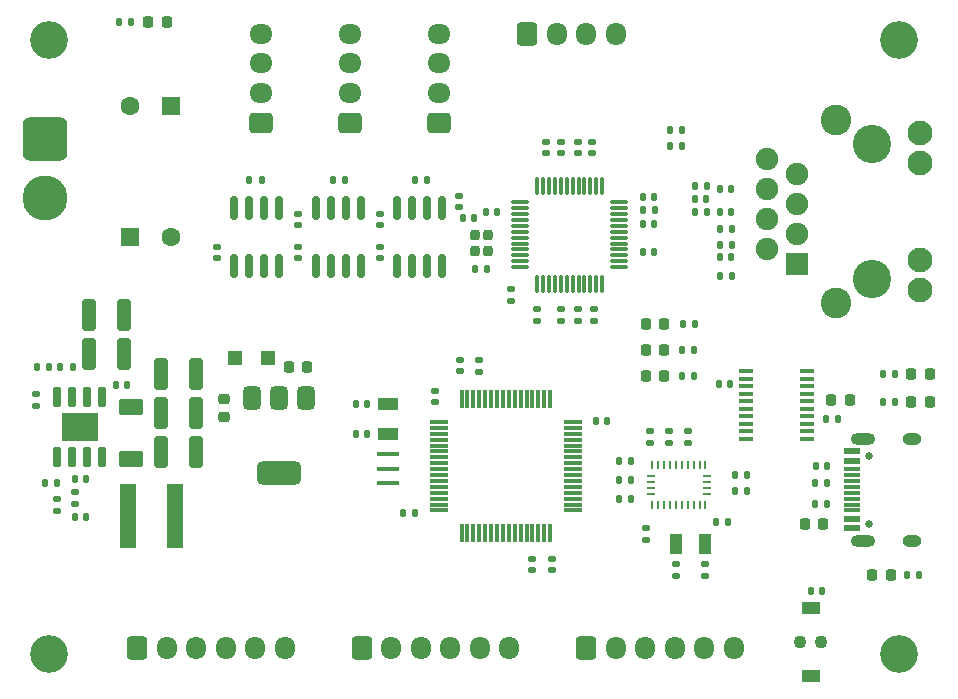
<source format=gbr>
%TF.GenerationSoftware,KiCad,Pcbnew,9.0.6-9.0.6~ubuntu22.04.1*%
%TF.CreationDate,2025-12-31T09:15:03+09:00*%
%TF.ProjectId,GN10Mainboard,474e3130-4d61-4696-9e62-6f6172642e6b,rev?*%
%TF.SameCoordinates,Original*%
%TF.FileFunction,Soldermask,Top*%
%TF.FilePolarity,Negative*%
%FSLAX46Y46*%
G04 Gerber Fmt 4.6, Leading zero omitted, Abs format (unit mm)*
G04 Created by KiCad (PCBNEW 9.0.6-9.0.6~ubuntu22.04.1) date 2025-12-31 09:15:03*
%MOMM*%
%LPD*%
G01*
G04 APERTURE LIST*
G04 Aperture macros list*
%AMRoundRect*
0 Rectangle with rounded corners*
0 $1 Rounding radius*
0 $2 $3 $4 $5 $6 $7 $8 $9 X,Y pos of 4 corners*
0 Add a 4 corners polygon primitive as box body*
4,1,4,$2,$3,$4,$5,$6,$7,$8,$9,$2,$3,0*
0 Add four circle primitives for the rounded corners*
1,1,$1+$1,$2,$3*
1,1,$1+$1,$4,$5*
1,1,$1+$1,$6,$7*
1,1,$1+$1,$8,$9*
0 Add four rect primitives between the rounded corners*
20,1,$1+$1,$2,$3,$4,$5,0*
20,1,$1+$1,$4,$5,$6,$7,0*
20,1,$1+$1,$6,$7,$8,$9,0*
20,1,$1+$1,$8,$9,$2,$3,0*%
G04 Aperture macros list end*
%ADD10RoundRect,0.140000X0.170000X-0.140000X0.170000X0.140000X-0.170000X0.140000X-0.170000X-0.140000X0*%
%ADD11RoundRect,0.140000X-0.140000X-0.170000X0.140000X-0.170000X0.140000X0.170000X-0.140000X0.170000X0*%
%ADD12RoundRect,0.140000X0.140000X0.170000X-0.140000X0.170000X-0.140000X-0.170000X0.140000X-0.170000X0*%
%ADD13RoundRect,0.200000X-0.200000X0.250000X-0.200000X-0.250000X0.200000X-0.250000X0.200000X0.250000X0*%
%ADD14RoundRect,0.140000X-0.170000X0.140000X-0.170000X-0.140000X0.170000X-0.140000X0.170000X0.140000X0*%
%ADD15RoundRect,0.250000X0.325000X1.100000X-0.325000X1.100000X-0.325000X-1.100000X0.325000X-1.100000X0*%
%ADD16RoundRect,0.135000X-0.135000X-0.185000X0.135000X-0.185000X0.135000X0.185000X-0.135000X0.185000X0*%
%ADD17RoundRect,0.075000X-0.700000X-0.075000X0.700000X-0.075000X0.700000X0.075000X-0.700000X0.075000X0*%
%ADD18RoundRect,0.075000X-0.075000X-0.700000X0.075000X-0.700000X0.075000X0.700000X-0.075000X0.700000X0*%
%ADD19RoundRect,0.150000X0.150000X-0.825000X0.150000X0.825000X-0.150000X0.825000X-0.150000X-0.825000X0*%
%ADD20RoundRect,0.225000X0.225000X0.250000X-0.225000X0.250000X-0.225000X-0.250000X0.225000X-0.250000X0*%
%ADD21R,3.100000X2.400000*%
%ADD22RoundRect,0.150000X-0.150000X0.737500X-0.150000X-0.737500X0.150000X-0.737500X0.150000X0.737500X0*%
%ADD23RoundRect,0.250000X0.725000X-0.600000X0.725000X0.600000X-0.725000X0.600000X-0.725000X-0.600000X0*%
%ADD24O,1.950000X1.700000*%
%ADD25C,3.200000*%
%ADD26R,1.200000X1.200000*%
%ADD27R,1.000000X1.800000*%
%ADD28RoundRect,0.250000X-0.600000X-0.725000X0.600000X-0.725000X0.600000X0.725000X-0.600000X0.725000X0*%
%ADD29O,1.700000X1.950000*%
%ADD30RoundRect,0.135000X0.185000X-0.135000X0.185000X0.135000X-0.185000X0.135000X-0.185000X-0.135000X0*%
%ADD31RoundRect,0.135000X0.135000X0.185000X-0.135000X0.185000X-0.135000X-0.185000X0.135000X-0.185000X0*%
%ADD32C,3.250000*%
%ADD33R,1.900000X1.900000*%
%ADD34C,1.900000*%
%ADD35C,2.100000*%
%ADD36C,2.600000*%
%ADD37RoundRect,0.218750X0.218750X0.256250X-0.218750X0.256250X-0.218750X-0.256250X0.218750X-0.256250X0*%
%ADD38RoundRect,0.250000X0.550000X0.550000X-0.550000X0.550000X-0.550000X-0.550000X0.550000X-0.550000X0*%
%ADD39C,1.600000*%
%ADD40RoundRect,0.075000X0.662500X0.075000X-0.662500X0.075000X-0.662500X-0.075000X0.662500X-0.075000X0*%
%ADD41RoundRect,0.075000X0.075000X0.662500X-0.075000X0.662500X-0.075000X-0.662500X0.075000X-0.662500X0*%
%ADD42RoundRect,0.250000X-0.325000X-1.100000X0.325000X-1.100000X0.325000X1.100000X-0.325000X1.100000X0*%
%ADD43RoundRect,0.135000X-0.185000X0.135000X-0.185000X-0.135000X0.185000X-0.135000X0.185000X0.135000X0*%
%ADD44RoundRect,0.760000X-1.140000X1.140000X-1.140000X-1.140000X1.140000X-1.140000X1.140000X1.140000X0*%
%ADD45C,3.800000*%
%ADD46R,1.900000X0.400000*%
%ADD47C,0.650000*%
%ADD48R,1.450000X0.600000*%
%ADD49R,1.450000X0.300000*%
%ADD50O,2.100000X1.000000*%
%ADD51O,1.600000X1.000000*%
%ADD52RoundRect,0.225000X-0.225000X-0.250000X0.225000X-0.250000X0.225000X0.250000X-0.225000X0.250000X0*%
%ADD53RoundRect,0.250000X-0.550000X-0.550000X0.550000X-0.550000X0.550000X0.550000X-0.550000X0.550000X0*%
%ADD54RoundRect,0.218750X-0.218750X-0.256250X0.218750X-0.256250X0.218750X0.256250X-0.218750X0.256250X0*%
%ADD55R,1.800000X1.000000*%
%ADD56RoundRect,0.375000X-0.375000X0.625000X-0.375000X-0.625000X0.375000X-0.625000X0.375000X0.625000X0*%
%ADD57RoundRect,0.500000X-1.400000X0.500000X-1.400000X-0.500000X1.400000X-0.500000X1.400000X0.500000X0*%
%ADD58RoundRect,0.250000X0.800000X-0.450000X0.800000X0.450000X-0.800000X0.450000X-0.800000X-0.450000X0*%
%ADD59R,1.200000X0.400000*%
%ADD60R,0.254000X0.675000*%
%ADD61R,0.675000X0.254000*%
%ADD62C,1.100000*%
%ADD63R,1.600000X1.050000*%
%ADD64RoundRect,0.250000X-0.465000X-2.500000X0.465000X-2.500000X0.465000X2.500000X-0.465000X2.500000X0*%
%ADD65RoundRect,0.225000X-0.250000X0.225000X-0.250000X-0.225000X0.250000X-0.225000X0.250000X0.225000X0*%
G04 APERTURE END LIST*
D10*
%TO.C,C36*%
X176072500Y-103577500D03*
X176072500Y-102617500D03*
%TD*%
D11*
%TO.C,C13*%
X136190000Y-134400000D03*
X137150000Y-134400000D03*
%TD*%
D12*
%TO.C,C27*%
X199880000Y-130100000D03*
X198920000Y-130100000D03*
%TD*%
D13*
%TO.C,Y3*%
X170050000Y-110500000D03*
X171150000Y-110500000D03*
X170050000Y-111900000D03*
X171150000Y-111900000D03*
%TD*%
D14*
%TO.C,C7*%
X174900000Y-137920000D03*
X174900000Y-138880000D03*
%TD*%
D15*
%TO.C,C16*%
X146475000Y-125600000D03*
X143525000Y-125600000D03*
%TD*%
D16*
%TO.C,R45*%
X158090000Y-105875000D03*
X159110000Y-105875000D03*
%TD*%
D17*
%TO.C,U4*%
X167025000Y-126350000D03*
X167025000Y-126850000D03*
X167025000Y-127350000D03*
X167025000Y-127850000D03*
X167025000Y-128350000D03*
X167025000Y-128850000D03*
X167025000Y-129350000D03*
X167025000Y-129850000D03*
X167025000Y-130350000D03*
X167025000Y-130850000D03*
X167025000Y-131350000D03*
X167025000Y-131850000D03*
X167025000Y-132350000D03*
X167025000Y-132850000D03*
X167025000Y-133350000D03*
X167025000Y-133850000D03*
D18*
X168950000Y-135775000D03*
X169450000Y-135775000D03*
X169950000Y-135775000D03*
X170450000Y-135775000D03*
X170950000Y-135775000D03*
X171450000Y-135775000D03*
X171950000Y-135775000D03*
X172450000Y-135775000D03*
X172950000Y-135775000D03*
X173450000Y-135775000D03*
X173950000Y-135775000D03*
X174450000Y-135775000D03*
X174950000Y-135775000D03*
X175450000Y-135775000D03*
X175950000Y-135775000D03*
X176450000Y-135775000D03*
D17*
X178375000Y-133850000D03*
X178375000Y-133350000D03*
X178375000Y-132850000D03*
X178375000Y-132350000D03*
X178375000Y-131850000D03*
X178375000Y-131350000D03*
X178375000Y-130850000D03*
X178375000Y-130350000D03*
X178375000Y-129850000D03*
X178375000Y-129350000D03*
X178375000Y-128850000D03*
X178375000Y-128350000D03*
X178375000Y-127850000D03*
X178375000Y-127350000D03*
X178375000Y-126850000D03*
X178375000Y-126350000D03*
D18*
X176450000Y-124425000D03*
X175950000Y-124425000D03*
X175450000Y-124425000D03*
X174950000Y-124425000D03*
X174450000Y-124425000D03*
X173950000Y-124425000D03*
X173450000Y-124425000D03*
X172950000Y-124425000D03*
X172450000Y-124425000D03*
X171950000Y-124425000D03*
X171450000Y-124425000D03*
X170950000Y-124425000D03*
X170450000Y-124425000D03*
X169950000Y-124425000D03*
X169450000Y-124425000D03*
X168950000Y-124425000D03*
%TD*%
D11*
%TO.C,C30*%
X184320000Y-107300000D03*
X185280000Y-107300000D03*
%TD*%
D19*
%TO.C,U5*%
X149695000Y-113175000D03*
X150965000Y-113175000D03*
X152235000Y-113175000D03*
X153505000Y-113175000D03*
X153505000Y-108225000D03*
X152235000Y-108225000D03*
X150965000Y-108225000D03*
X149695000Y-108225000D03*
%TD*%
D20*
%TO.C,C41*%
X199575000Y-135000000D03*
X198025000Y-135000000D03*
%TD*%
D16*
%TO.C,R8*%
X187602500Y-122500000D03*
X188622500Y-122500000D03*
%TD*%
D21*
%TO.C,U1*%
X136622500Y-126762500D03*
D22*
X138527500Y-124200000D03*
X137257500Y-124200000D03*
X135987500Y-124200000D03*
X134717500Y-124200000D03*
X134717500Y-129325000D03*
X135987500Y-129325000D03*
X137257500Y-129325000D03*
X138527500Y-129325000D03*
%TD*%
D12*
%TO.C,C31*%
X171980000Y-108600000D03*
X171020000Y-108600000D03*
%TD*%
D23*
%TO.C,J8*%
X167000000Y-101000000D03*
D24*
X167000000Y-98500000D03*
X167000000Y-96000000D03*
X167000000Y-93500000D03*
%TD*%
D10*
%TO.C,C19*%
X155100000Y-109680000D03*
X155100000Y-108720000D03*
%TD*%
D25*
%TO.C,REF\u002A\u002A*%
X134000000Y-94000000D03*
%TD*%
D26*
%TO.C,D1*%
X149800000Y-120900000D03*
X152600000Y-120900000D03*
%TD*%
D27*
%TO.C,Y7*%
X189600000Y-136700000D03*
X187100000Y-136700000D03*
%TD*%
D16*
%TO.C,R25*%
X186590000Y-103000000D03*
X187610000Y-103000000D03*
%TD*%
D28*
%TO.C,J5*%
X141500000Y-145500000D03*
D29*
X144000000Y-145500000D03*
X146500000Y-145500000D03*
X149000000Y-145500000D03*
X151500000Y-145500000D03*
X154000000Y-145500000D03*
%TD*%
D15*
%TO.C,C18*%
X146475000Y-128900000D03*
X143525000Y-128900000D03*
%TD*%
D11*
%TO.C,C11*%
X180320000Y-126300000D03*
X181280000Y-126300000D03*
%TD*%
D30*
%TO.C,R18*%
X175300000Y-117800000D03*
X175300000Y-116780000D03*
%TD*%
D11*
%TO.C,C28*%
X184292500Y-112000000D03*
X185252500Y-112000000D03*
%TD*%
D14*
%TO.C,C24*%
X162000000Y-111520000D03*
X162000000Y-112480000D03*
%TD*%
D11*
%TO.C,C14*%
X136220000Y-131200000D03*
X137180000Y-131200000D03*
%TD*%
D16*
%TO.C,R46*%
X164990000Y-105875000D03*
X166010000Y-105875000D03*
%TD*%
D12*
%TO.C,C38*%
X191780000Y-106600000D03*
X190820000Y-106600000D03*
%TD*%
D31*
%TO.C,R28*%
X199900000Y-133300000D03*
X198880000Y-133300000D03*
%TD*%
D16*
%TO.C,R20*%
X188690000Y-106400000D03*
X189710000Y-106400000D03*
%TD*%
%TO.C,R39*%
X182280000Y-129700000D03*
X183300000Y-129700000D03*
%TD*%
D32*
%TO.C,J9*%
X203687500Y-114270000D03*
X203687500Y-102840000D03*
D33*
X197337500Y-113000000D03*
D34*
X194797500Y-111730000D03*
X197337500Y-110460000D03*
X194797500Y-109190000D03*
X197337500Y-107920000D03*
X194797500Y-106650000D03*
X197337500Y-105380000D03*
X194797500Y-104110000D03*
D35*
X207747500Y-115180000D03*
X207747500Y-112640000D03*
X207747500Y-104470000D03*
X207747500Y-101930000D03*
D36*
X200637500Y-116300000D03*
X200637500Y-100810000D03*
%TD*%
D37*
%TO.C,D6*%
X186100000Y-120300000D03*
X184525000Y-120300000D03*
%TD*%
D38*
%TO.C,C44*%
X144352651Y-99600000D03*
D39*
X140852651Y-99600000D03*
%TD*%
D40*
%TO.C,U8*%
X182262500Y-113250000D03*
X182262500Y-112750000D03*
X182262500Y-112250000D03*
X182262500Y-111750000D03*
X182262500Y-111250000D03*
X182262500Y-110750000D03*
X182262500Y-110250000D03*
X182262500Y-109750000D03*
X182262500Y-109250000D03*
X182262500Y-108750000D03*
X182262500Y-108250000D03*
X182262500Y-107750000D03*
D41*
X180850000Y-106337500D03*
X180350000Y-106337500D03*
X179850000Y-106337500D03*
X179350000Y-106337500D03*
X178850000Y-106337500D03*
X178350000Y-106337500D03*
X177850000Y-106337500D03*
X177350000Y-106337500D03*
X176850000Y-106337500D03*
X176350000Y-106337500D03*
X175850000Y-106337500D03*
X175350000Y-106337500D03*
D40*
X173937500Y-107750000D03*
X173937500Y-108250000D03*
X173937500Y-108750000D03*
X173937500Y-109250000D03*
X173937500Y-109750000D03*
X173937500Y-110250000D03*
X173937500Y-110750000D03*
X173937500Y-111250000D03*
X173937500Y-111750000D03*
X173937500Y-112250000D03*
X173937500Y-112750000D03*
X173937500Y-113250000D03*
D41*
X175350000Y-114662500D03*
X175850000Y-114662500D03*
X176350000Y-114662500D03*
X176850000Y-114662500D03*
X177350000Y-114662500D03*
X177850000Y-114662500D03*
X178350000Y-114662500D03*
X178850000Y-114662500D03*
X179350000Y-114662500D03*
X179850000Y-114662500D03*
X180350000Y-114662500D03*
X180850000Y-114662500D03*
%TD*%
D12*
%TO.C,C32*%
X170000000Y-109100000D03*
X169040000Y-109100000D03*
%TD*%
D42*
%TO.C,C26*%
X137427500Y-120600000D03*
X140377500Y-120600000D03*
%TD*%
D16*
%TO.C,R34*%
X182280000Y-132900000D03*
X183300000Y-132900000D03*
%TD*%
D43*
%TO.C,R4*%
X132900000Y-123990000D03*
X132900000Y-125010000D03*
%TD*%
D10*
%TO.C,C10*%
X168800000Y-122080000D03*
X168800000Y-121120000D03*
%TD*%
D44*
%TO.C,J1*%
X133700000Y-102400000D03*
D45*
X133700000Y-107400000D03*
%TD*%
D46*
%TO.C,Y1*%
X162700000Y-129100000D03*
X162700000Y-130300000D03*
X162700000Y-131500000D03*
%TD*%
D16*
%TO.C,R1*%
X190790000Y-111400000D03*
X191810000Y-111400000D03*
%TD*%
D11*
%TO.C,C15*%
X139700000Y-123200000D03*
X140660000Y-123200000D03*
%TD*%
D16*
%TO.C,R10*%
X187702500Y-118100000D03*
X188722500Y-118100000D03*
%TD*%
D31*
%TO.C,R3*%
X134030000Y-121700000D03*
X133010000Y-121700000D03*
%TD*%
D14*
%TO.C,C59*%
X189600000Y-138420000D03*
X189600000Y-139380000D03*
%TD*%
D16*
%TO.C,R26*%
X186580000Y-101600000D03*
X187600000Y-101600000D03*
%TD*%
D25*
%TO.C,REF\u002A\u002A*%
X206000000Y-146000000D03*
%TD*%
D30*
%TO.C,R15*%
X180200000Y-117810000D03*
X180200000Y-116790000D03*
%TD*%
D47*
%TO.C,J10*%
X203460000Y-134990000D03*
X203460000Y-129210000D03*
D48*
X202015000Y-135350000D03*
X202015000Y-134550000D03*
D49*
X202015000Y-133350000D03*
X202015000Y-132350000D03*
X202015000Y-131850000D03*
X202015000Y-130850000D03*
D48*
X202015000Y-129650000D03*
X202015000Y-128850000D03*
X202015000Y-128850000D03*
X202015000Y-129650000D03*
D49*
X202015000Y-130350000D03*
X202015000Y-131350000D03*
X202015000Y-132850000D03*
X202015000Y-133850000D03*
D48*
X202015000Y-134550000D03*
X202015000Y-135350000D03*
D50*
X202930000Y-136420000D03*
D51*
X207110000Y-136420000D03*
D50*
X202930000Y-127780000D03*
D51*
X207110000Y-127780000D03*
%TD*%
D11*
%TO.C,C55*%
X192120000Y-132237500D03*
X193080000Y-132237500D03*
%TD*%
D12*
%TO.C,C1*%
X191680000Y-123100000D03*
X190720000Y-123100000D03*
%TD*%
D52*
%TO.C,C25*%
X200250000Y-124500000D03*
X201800000Y-124500000D03*
%TD*%
D10*
%TO.C,C20*%
X162000000Y-109680000D03*
X162000000Y-108720000D03*
%TD*%
D43*
%TO.C,R37*%
X186500000Y-127127500D03*
X186500000Y-128147500D03*
%TD*%
D11*
%TO.C,C40*%
X190820000Y-108600000D03*
X191780000Y-108600000D03*
%TD*%
D16*
%TO.C,R35*%
X182280000Y-131300000D03*
X183300000Y-131300000D03*
%TD*%
D14*
%TO.C,C22*%
X148200000Y-111520000D03*
X148200000Y-112480000D03*
%TD*%
D30*
%TO.C,R33*%
X184600000Y-136347500D03*
X184600000Y-135327500D03*
%TD*%
D53*
%TO.C,C43*%
X140847349Y-110700000D03*
D39*
X144347349Y-110700000D03*
%TD*%
D25*
%TO.C,REF\u002A\u002A*%
X206000000Y-94000000D03*
%TD*%
D10*
%TO.C,C57*%
X188100000Y-128117500D03*
X188100000Y-127157500D03*
%TD*%
D11*
%TO.C,C56*%
X190520000Y-134837500D03*
X191480000Y-134837500D03*
%TD*%
D12*
%TO.C,C39*%
X189680000Y-107500000D03*
X188720000Y-107500000D03*
%TD*%
D14*
%TO.C,C58*%
X187100000Y-138420000D03*
X187100000Y-139380000D03*
%TD*%
D16*
%TO.C,R44*%
X150990000Y-105900000D03*
X152010000Y-105900000D03*
%TD*%
D54*
%TO.C,D9*%
X207012500Y-124700000D03*
X208587500Y-124700000D03*
%TD*%
D31*
%TO.C,R13*%
X134710000Y-131500000D03*
X133690000Y-131500000D03*
%TD*%
D11*
%TO.C,C61*%
X160020000Y-127400000D03*
X160980000Y-127400000D03*
%TD*%
D31*
%TO.C,R29*%
X205610000Y-124700000D03*
X204590000Y-124700000D03*
%TD*%
%TO.C,R6*%
X140990000Y-92500000D03*
X139970000Y-92500000D03*
%TD*%
D52*
%TO.C,C4*%
X154350000Y-121700000D03*
X155900000Y-121700000D03*
%TD*%
D30*
%TO.C,R12*%
X134700000Y-133910000D03*
X134700000Y-132890000D03*
%TD*%
%TO.C,R7*%
X170400000Y-122110000D03*
X170400000Y-121090000D03*
%TD*%
D15*
%TO.C,C17*%
X146475000Y-122300000D03*
X143525000Y-122300000D03*
%TD*%
D28*
%TO.C,J4*%
X174500000Y-93475000D03*
D29*
X177000000Y-93475000D03*
X179500000Y-93475000D03*
X182000000Y-93475000D03*
%TD*%
D16*
%TO.C,R23*%
X184290000Y-108400000D03*
X185310000Y-108400000D03*
%TD*%
D10*
%TO.C,C9*%
X166700000Y-124680000D03*
X166700000Y-123720000D03*
%TD*%
D14*
%TO.C,C23*%
X155100000Y-111520000D03*
X155100000Y-112480000D03*
%TD*%
D16*
%TO.C,R9*%
X187602500Y-120300000D03*
X188622500Y-120300000D03*
%TD*%
%TO.C,R22*%
X188690000Y-108600000D03*
X189710000Y-108600000D03*
%TD*%
D10*
%TO.C,C34*%
X178772500Y-103577500D03*
X178772500Y-102617500D03*
%TD*%
D55*
%TO.C,Y6*%
X162700000Y-127350000D03*
X162700000Y-124850000D03*
%TD*%
D12*
%TO.C,C33*%
X171080000Y-113400000D03*
X170120000Y-113400000D03*
%TD*%
D19*
%TO.C,U6*%
X156595000Y-113175000D03*
X157865000Y-113175000D03*
X159135000Y-113175000D03*
X160405000Y-113175000D03*
X160405000Y-108225000D03*
X159135000Y-108225000D03*
X157865000Y-108225000D03*
X156595000Y-108225000D03*
%TD*%
D28*
%TO.C,J14*%
X179500000Y-145500000D03*
D29*
X182000000Y-145500000D03*
X184500000Y-145500000D03*
X187000000Y-145500000D03*
X189500000Y-145500000D03*
X192000000Y-145500000D03*
%TD*%
D11*
%TO.C,C29*%
X184292500Y-109600000D03*
X185252500Y-109600000D03*
%TD*%
D43*
%TO.C,R11*%
X136200000Y-132290000D03*
X136200000Y-133310000D03*
%TD*%
D16*
%TO.C,R24*%
X190790000Y-114000000D03*
X191810000Y-114000000D03*
%TD*%
D19*
%TO.C,U7*%
X163495000Y-113175000D03*
X164765000Y-113175000D03*
X166035000Y-113175000D03*
X167305000Y-113175000D03*
X167305000Y-108225000D03*
X166035000Y-108225000D03*
X164765000Y-108225000D03*
X163495000Y-108225000D03*
%TD*%
D56*
%TO.C,U2*%
X155800000Y-124350000D03*
X153500000Y-124350000D03*
D57*
X153500000Y-130650000D03*
D56*
X151200000Y-124350000D03*
%TD*%
D10*
%TO.C,C35*%
X179972500Y-103577500D03*
X179972500Y-102617500D03*
%TD*%
D37*
%TO.C,D5*%
X186100000Y-122500000D03*
X184525000Y-122500000D03*
%TD*%
D25*
%TO.C,REF\u002A\u002A*%
X134000000Y-146000000D03*
%TD*%
D37*
%TO.C,D7*%
X186100000Y-118100000D03*
X184525000Y-118100000D03*
%TD*%
D58*
%TO.C,D2*%
X141000000Y-129500000D03*
X141000000Y-125100000D03*
%TD*%
D16*
%TO.C,R5*%
X206690000Y-139300000D03*
X207710000Y-139300000D03*
%TD*%
D11*
%TO.C,C12*%
X199820000Y-126100000D03*
X200780000Y-126100000D03*
%TD*%
D59*
%TO.C,U11*%
X193000000Y-122042500D03*
X193000000Y-122677500D03*
X193000000Y-123312500D03*
X193000000Y-123947500D03*
X193000000Y-124582500D03*
X193000000Y-125217500D03*
X193000000Y-125852500D03*
X193000000Y-126487500D03*
X193000000Y-127122500D03*
X193000000Y-127757500D03*
X198200000Y-127757500D03*
X198200000Y-127122500D03*
X198200000Y-126487500D03*
X198200000Y-125852500D03*
X198200000Y-125217500D03*
X198200000Y-124582500D03*
X198200000Y-123947500D03*
X198200000Y-123312500D03*
X198200000Y-122677500D03*
X198200000Y-122042500D03*
%TD*%
D14*
%TO.C,C6*%
X176600000Y-137920000D03*
X176600000Y-138880000D03*
%TD*%
D23*
%TO.C,J7*%
X159500000Y-101000000D03*
D24*
X159500000Y-98500000D03*
X159500000Y-96000000D03*
X159500000Y-93500000D03*
%TD*%
D12*
%TO.C,C42*%
X191780000Y-112400000D03*
X190820000Y-112400000D03*
%TD*%
D16*
%TO.C,R21*%
X190790000Y-110000000D03*
X191810000Y-110000000D03*
%TD*%
D54*
%TO.C,D8*%
X207012500Y-122300000D03*
X208587500Y-122300000D03*
%TD*%
D30*
%TO.C,R16*%
X178800000Y-117810000D03*
X178800000Y-116790000D03*
%TD*%
D10*
%TO.C,C21*%
X168700000Y-108180000D03*
X168700000Y-107220000D03*
%TD*%
D60*
%TO.C,U10*%
X189600000Y-133362500D03*
D61*
X189737500Y-132450000D03*
X189737500Y-131950000D03*
X189737500Y-131450000D03*
X189737500Y-130950000D03*
D60*
X189600000Y-130037500D03*
X189100000Y-130037500D03*
X188600000Y-130037500D03*
X188100000Y-130037500D03*
X187600000Y-130037500D03*
X187100000Y-130037500D03*
X186600000Y-130037500D03*
X186100000Y-130037500D03*
X185600000Y-130037500D03*
X185100000Y-130037500D03*
D61*
X184962500Y-130950000D03*
X184962500Y-131450000D03*
X184962500Y-131950000D03*
X184962500Y-132450000D03*
D60*
X185100000Y-133362500D03*
X185600000Y-133362500D03*
X186100000Y-133362500D03*
X186600000Y-133362500D03*
X187100000Y-133362500D03*
X187600000Y-133362500D03*
X188100000Y-133362500D03*
X188600000Y-133362500D03*
X189100000Y-133362500D03*
%TD*%
D31*
%TO.C,R27*%
X199910000Y-131500000D03*
X198890000Y-131500000D03*
%TD*%
D30*
%TO.C,R17*%
X177400000Y-117810000D03*
X177400000Y-116790000D03*
%TD*%
D42*
%TO.C,C2*%
X137425000Y-117300000D03*
X140375000Y-117300000D03*
%TD*%
D31*
%TO.C,R36*%
X193110000Y-130837500D03*
X192090000Y-130837500D03*
%TD*%
D62*
%TO.C,SW1*%
X199400000Y-145000000D03*
X197600000Y-145000000D03*
D63*
X198500000Y-142125000D03*
X198500000Y-147875000D03*
%TD*%
D54*
%TO.C,D4*%
X142400000Y-92500000D03*
X143975000Y-92500000D03*
%TD*%
D37*
%TO.C,D3*%
X205290000Y-139300000D03*
X203715000Y-139300000D03*
%TD*%
D31*
%TO.C,R2*%
X136010000Y-121700000D03*
X134990000Y-121700000D03*
%TD*%
D28*
%TO.C,J13*%
X160500000Y-145500000D03*
D29*
X163000000Y-145500000D03*
X165500000Y-145500000D03*
X168000000Y-145500000D03*
X170500000Y-145500000D03*
X173000000Y-145500000D03*
%TD*%
D10*
%TO.C,C37*%
X177372500Y-103577500D03*
X177372500Y-102617500D03*
%TD*%
D31*
%TO.C,R14*%
X205610000Y-122300000D03*
X204590000Y-122300000D03*
%TD*%
D43*
%TO.C,R38*%
X184900000Y-127127500D03*
X184900000Y-128147500D03*
%TD*%
D64*
%TO.C,L3*%
X140680000Y-134300000D03*
X144720000Y-134300000D03*
%TD*%
D30*
%TO.C,R19*%
X173100000Y-116110000D03*
X173100000Y-115090000D03*
%TD*%
D11*
%TO.C,C60*%
X160020000Y-124800000D03*
X160980000Y-124800000D03*
%TD*%
%TO.C,C5*%
X198540000Y-140700000D03*
X199500000Y-140700000D03*
%TD*%
D65*
%TO.C,C3*%
X148800000Y-124425000D03*
X148800000Y-125975000D03*
%TD*%
D23*
%TO.C,J6*%
X152000000Y-101000000D03*
D24*
X152000000Y-98500000D03*
X152000000Y-96000000D03*
X152000000Y-93500000D03*
%TD*%
D12*
%TO.C,C8*%
X164980000Y-134100000D03*
X164020000Y-134100000D03*
%TD*%
M02*

</source>
